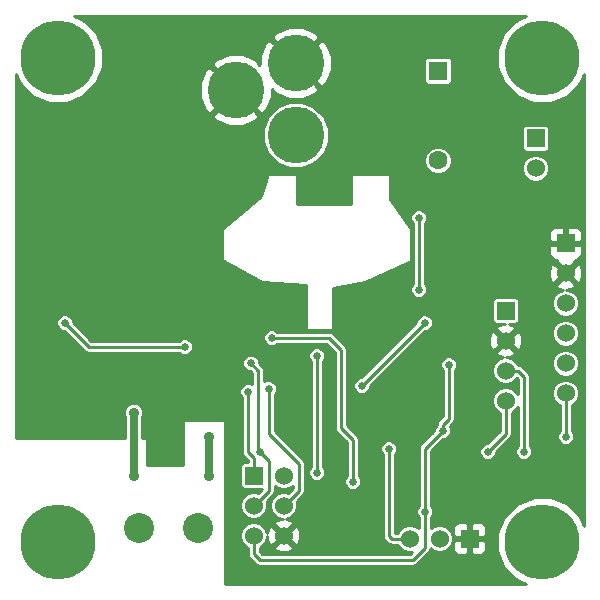
<source format=gbl>
G04 (created by PCBNEW (2013-07-07 BZR 4022)-stable) date 12/31/2014 11:50:09 PM*
%MOIN*%
G04 Gerber Fmt 3.4, Leading zero omitted, Abs format*
%FSLAX34Y34*%
G01*
G70*
G90*
G04 APERTURE LIST*
%ADD10C,0.00590551*%
%ADD11R,0.0629921X0.0629921*%
%ADD12C,0.0629921*%
%ADD13C,0.25*%
%ADD14C,0.1*%
%ADD15R,0.06X0.06*%
%ADD16C,0.06*%
%ADD17C,0.189*%
%ADD18C,0.025*%
%ADD19C,0.035*%
%ADD20C,0.01*%
%ADD21C,0.025*%
G04 APERTURE END LIST*
G54D10*
G54D11*
X14250Y-2003D03*
G54D12*
X14250Y-4996D03*
G54D13*
X1574Y-1574D03*
X17716Y-1574D03*
X1574Y-17716D03*
X17716Y-17716D03*
G54D14*
X6250Y-17250D03*
X4281Y-17250D03*
G54D15*
X15300Y-17600D03*
G54D16*
X14300Y-17600D03*
X13300Y-17600D03*
G54D17*
X9500Y-1750D03*
X9500Y-4150D03*
X7500Y-2650D03*
G54D15*
X17500Y-4250D03*
G54D16*
X17500Y-5250D03*
G54D15*
X8100Y-15500D03*
G54D16*
X9100Y-15500D03*
X8100Y-16500D03*
X9100Y-16500D03*
X8100Y-17500D03*
X9100Y-17500D03*
G54D15*
X16500Y-10000D03*
G54D16*
X16500Y-11000D03*
X16500Y-12000D03*
X16500Y-13000D03*
G54D15*
X18500Y-7750D03*
G54D16*
X18500Y-8750D03*
X18500Y-9750D03*
X18500Y-10750D03*
X18500Y-11750D03*
X18500Y-12750D03*
G54D18*
X11700Y-12500D03*
X13800Y-10400D03*
X10200Y-11500D03*
X10200Y-15400D03*
X8700Y-10900D03*
X11400Y-15700D03*
X7900Y-12700D03*
X8600Y-12600D03*
X13800Y-16700D03*
X14600Y-11800D03*
X14400Y-14000D03*
X8000Y-11750D03*
X8300Y-14700D03*
X17100Y-14700D03*
X15900Y-14700D03*
X13600Y-9300D03*
X13600Y-6900D03*
X12600Y-14600D03*
G54D19*
X6600Y-14200D03*
X6600Y-15500D03*
X4100Y-13400D03*
X4100Y-15500D03*
G54D18*
X1800Y-10400D03*
X5800Y-11200D03*
X7800Y-4800D03*
X3800Y-4900D03*
X500Y-4800D03*
X11700Y-10700D03*
X6900Y-9500D03*
X15800Y-8800D03*
X10900Y-5900D03*
X10200Y-5900D03*
X17100Y-6700D03*
X15200Y-15400D03*
X12100Y-15000D03*
G54D19*
X5100Y-14600D03*
X1100Y-14000D03*
G54D18*
X500Y-11500D03*
X4800Y-10700D03*
X18500Y-14200D03*
G54D20*
X11700Y-12500D02*
X13800Y-10400D01*
X10200Y-11500D02*
X10200Y-15400D01*
X11400Y-15700D02*
X11400Y-14300D01*
X10600Y-10900D02*
X8700Y-10900D01*
X11000Y-11300D02*
X10600Y-10900D01*
X11000Y-13900D02*
X11000Y-11300D01*
X11400Y-14300D02*
X11000Y-13900D01*
X8100Y-15500D02*
X8100Y-14900D01*
X7900Y-14700D02*
X7900Y-12700D01*
X8100Y-14900D02*
X7900Y-14700D01*
X8600Y-12600D02*
X8600Y-14100D01*
X9600Y-16000D02*
X9100Y-16500D01*
X9600Y-15100D02*
X9600Y-16000D01*
X8600Y-14100D02*
X9600Y-15100D01*
X14600Y-11800D02*
X14600Y-13600D01*
X14400Y-13800D02*
X14400Y-14000D01*
X14600Y-13600D02*
X14400Y-13800D01*
X13800Y-14600D02*
X14400Y-14000D01*
X8100Y-17500D02*
X8100Y-18100D01*
X8100Y-18100D02*
X8300Y-18300D01*
X8300Y-18300D02*
X13400Y-18300D01*
X13400Y-18300D02*
X13800Y-17900D01*
X13800Y-17900D02*
X13800Y-16700D01*
X13800Y-16700D02*
X13800Y-14600D01*
X8100Y-16500D02*
X8600Y-16000D01*
X8600Y-15000D02*
X8300Y-14700D01*
X8600Y-16000D02*
X8600Y-15000D01*
X8250Y-12000D02*
X8250Y-14650D01*
X8000Y-11750D02*
X8250Y-12000D01*
X8250Y-14650D02*
X8300Y-14700D01*
X16500Y-12000D02*
X16900Y-12000D01*
X17100Y-12200D02*
X17100Y-14700D01*
X16900Y-12000D02*
X17100Y-12200D01*
X16500Y-13000D02*
X16500Y-14100D01*
X16500Y-14100D02*
X15900Y-14700D01*
X13600Y-9300D02*
X13600Y-6900D01*
X13300Y-17600D02*
X12700Y-17600D01*
X12600Y-17500D02*
X12600Y-14600D01*
X12700Y-17600D02*
X12600Y-17500D01*
X5800Y-11200D02*
X2600Y-11200D01*
X2600Y-11200D02*
X1800Y-10400D01*
G54D21*
X6600Y-14200D02*
X6600Y-15500D01*
X4100Y-15500D02*
X4100Y-13400D01*
G54D20*
X18500Y-12750D02*
X18500Y-14200D01*
G54D10*
G36*
X19121Y-17189D02*
X19054Y-17027D01*
X19054Y-8831D01*
X19050Y-8737D01*
X19050Y-8099D01*
X19050Y-7400D01*
X19012Y-7308D01*
X18941Y-7238D01*
X18849Y-7200D01*
X18750Y-7199D01*
X18612Y-7200D01*
X18550Y-7262D01*
X18550Y-7700D01*
X18987Y-7700D01*
X19050Y-7637D01*
X19050Y-7400D01*
X19050Y-8099D01*
X19050Y-7862D01*
X18987Y-7800D01*
X18550Y-7800D01*
X18550Y-7807D01*
X18450Y-7807D01*
X18450Y-7800D01*
X18450Y-7700D01*
X18450Y-7262D01*
X18387Y-7200D01*
X18249Y-7199D01*
X18150Y-7200D01*
X18058Y-7238D01*
X17987Y-7308D01*
X17950Y-7400D01*
X17950Y-5160D01*
X17950Y-5160D01*
X17950Y-4520D01*
X17950Y-3920D01*
X17927Y-3865D01*
X17885Y-3822D01*
X17829Y-3800D01*
X17770Y-3799D01*
X17170Y-3799D01*
X17115Y-3822D01*
X17072Y-3864D01*
X17050Y-3920D01*
X17049Y-3979D01*
X17049Y-4579D01*
X17072Y-4634D01*
X17114Y-4677D01*
X17170Y-4699D01*
X17229Y-4700D01*
X17829Y-4700D01*
X17884Y-4677D01*
X17927Y-4635D01*
X17949Y-4579D01*
X17950Y-4520D01*
X17950Y-5160D01*
X17881Y-4995D01*
X17755Y-4868D01*
X17589Y-4800D01*
X17410Y-4799D01*
X17245Y-4868D01*
X17118Y-4994D01*
X17050Y-5160D01*
X17049Y-5339D01*
X17118Y-5504D01*
X17244Y-5631D01*
X17410Y-5699D01*
X17589Y-5700D01*
X17754Y-5631D01*
X17881Y-5505D01*
X17949Y-5339D01*
X17950Y-5160D01*
X17950Y-7400D01*
X17949Y-7400D01*
X17950Y-7637D01*
X18012Y-7700D01*
X18450Y-7700D01*
X18450Y-7800D01*
X18012Y-7800D01*
X17950Y-7862D01*
X17949Y-8099D01*
X17987Y-8191D01*
X18058Y-8261D01*
X18150Y-8299D01*
X18203Y-8300D01*
X18184Y-8364D01*
X18500Y-8679D01*
X18815Y-8364D01*
X18796Y-8300D01*
X18849Y-8299D01*
X18941Y-8261D01*
X19012Y-8191D01*
X19050Y-8099D01*
X19050Y-8737D01*
X19043Y-8613D01*
X18981Y-8462D01*
X18885Y-8434D01*
X18570Y-8750D01*
X18885Y-9065D01*
X18981Y-9037D01*
X19054Y-8831D01*
X19054Y-17027D01*
X18988Y-16867D01*
X18950Y-16829D01*
X18950Y-12660D01*
X18950Y-11660D01*
X18950Y-10660D01*
X18950Y-9660D01*
X18881Y-9495D01*
X18755Y-9368D01*
X18589Y-9300D01*
X18513Y-9300D01*
X18636Y-9293D01*
X18787Y-9231D01*
X18815Y-9135D01*
X18500Y-8820D01*
X18429Y-8891D01*
X18429Y-8750D01*
X18114Y-8434D01*
X18018Y-8462D01*
X17945Y-8668D01*
X17956Y-8886D01*
X18018Y-9037D01*
X18114Y-9065D01*
X18429Y-8750D01*
X18429Y-8891D01*
X18184Y-9135D01*
X18212Y-9231D01*
X18407Y-9301D01*
X18245Y-9368D01*
X18118Y-9494D01*
X18050Y-9660D01*
X18049Y-9839D01*
X18118Y-10004D01*
X18244Y-10131D01*
X18410Y-10199D01*
X18589Y-10200D01*
X18754Y-10131D01*
X18881Y-10005D01*
X18949Y-9839D01*
X18950Y-9660D01*
X18950Y-10660D01*
X18881Y-10495D01*
X18755Y-10368D01*
X18589Y-10300D01*
X18410Y-10299D01*
X18245Y-10368D01*
X18118Y-10494D01*
X18050Y-10660D01*
X18049Y-10839D01*
X18118Y-11004D01*
X18244Y-11131D01*
X18410Y-11199D01*
X18589Y-11200D01*
X18754Y-11131D01*
X18881Y-11005D01*
X18949Y-10839D01*
X18950Y-10660D01*
X18950Y-11660D01*
X18881Y-11495D01*
X18755Y-11368D01*
X18589Y-11300D01*
X18410Y-11299D01*
X18245Y-11368D01*
X18118Y-11494D01*
X18050Y-11660D01*
X18049Y-11839D01*
X18118Y-12004D01*
X18244Y-12131D01*
X18410Y-12199D01*
X18589Y-12200D01*
X18754Y-12131D01*
X18881Y-12005D01*
X18949Y-11839D01*
X18950Y-11660D01*
X18950Y-12660D01*
X18881Y-12495D01*
X18755Y-12368D01*
X18589Y-12300D01*
X18410Y-12299D01*
X18245Y-12368D01*
X18118Y-12494D01*
X18050Y-12660D01*
X18049Y-12839D01*
X18118Y-13004D01*
X18244Y-13131D01*
X18300Y-13154D01*
X18300Y-14011D01*
X18267Y-14044D01*
X18225Y-14145D01*
X18224Y-14254D01*
X18266Y-14355D01*
X18344Y-14432D01*
X18445Y-14474D01*
X18554Y-14475D01*
X18655Y-14433D01*
X18732Y-14355D01*
X18774Y-14254D01*
X18775Y-14145D01*
X18733Y-14044D01*
X18700Y-14011D01*
X18700Y-13154D01*
X18754Y-13131D01*
X18881Y-13005D01*
X18949Y-12839D01*
X18950Y-12660D01*
X18950Y-16829D01*
X18567Y-16445D01*
X18016Y-16216D01*
X17419Y-16216D01*
X17375Y-16234D01*
X17375Y-14645D01*
X17333Y-14544D01*
X17300Y-14511D01*
X17300Y-12200D01*
X17284Y-12123D01*
X17284Y-12123D01*
X17270Y-12101D01*
X17241Y-12058D01*
X17241Y-12058D01*
X17054Y-11871D01*
X17054Y-11081D01*
X17043Y-10863D01*
X16981Y-10712D01*
X16950Y-10703D01*
X16950Y-10270D01*
X16950Y-9670D01*
X16927Y-9615D01*
X16885Y-9572D01*
X16829Y-9550D01*
X16770Y-9549D01*
X16170Y-9549D01*
X16115Y-9572D01*
X16072Y-9614D01*
X16050Y-9670D01*
X16049Y-9729D01*
X16049Y-10329D01*
X16072Y-10384D01*
X16114Y-10427D01*
X16170Y-10449D01*
X16229Y-10450D01*
X16485Y-10450D01*
X16363Y-10456D01*
X16212Y-10518D01*
X16184Y-10614D01*
X16500Y-10929D01*
X16815Y-10614D01*
X16787Y-10518D01*
X16595Y-10450D01*
X16829Y-10450D01*
X16884Y-10427D01*
X16927Y-10385D01*
X16949Y-10329D01*
X16950Y-10270D01*
X16950Y-10703D01*
X16885Y-10684D01*
X16570Y-11000D01*
X16885Y-11315D01*
X16981Y-11287D01*
X17054Y-11081D01*
X17054Y-11871D01*
X17041Y-11858D01*
X16976Y-11815D01*
X16904Y-11800D01*
X16881Y-11745D01*
X16755Y-11618D01*
X16589Y-11550D01*
X16513Y-11550D01*
X16636Y-11543D01*
X16787Y-11481D01*
X16815Y-11385D01*
X16500Y-11070D01*
X16429Y-11141D01*
X16429Y-11000D01*
X16114Y-10684D01*
X16018Y-10712D01*
X15945Y-10918D01*
X15956Y-11136D01*
X16018Y-11287D01*
X16114Y-11315D01*
X16429Y-11000D01*
X16429Y-11141D01*
X16184Y-11385D01*
X16212Y-11481D01*
X16407Y-11551D01*
X16245Y-11618D01*
X16118Y-11744D01*
X16050Y-11910D01*
X16049Y-12089D01*
X16118Y-12254D01*
X16244Y-12381D01*
X16410Y-12449D01*
X16589Y-12450D01*
X16754Y-12381D01*
X16876Y-12259D01*
X16900Y-12282D01*
X16900Y-12789D01*
X16881Y-12745D01*
X16755Y-12618D01*
X16589Y-12550D01*
X16410Y-12549D01*
X16245Y-12618D01*
X16118Y-12744D01*
X16050Y-12910D01*
X16049Y-13089D01*
X16118Y-13254D01*
X16244Y-13381D01*
X16300Y-13404D01*
X16300Y-14017D01*
X15892Y-14424D01*
X15845Y-14424D01*
X15744Y-14466D01*
X15667Y-14544D01*
X15625Y-14645D01*
X15624Y-14754D01*
X15666Y-14855D01*
X15744Y-14932D01*
X15845Y-14974D01*
X15954Y-14975D01*
X16055Y-14933D01*
X16132Y-14855D01*
X16174Y-14754D01*
X16174Y-14707D01*
X16641Y-14241D01*
X16641Y-14241D01*
X16670Y-14198D01*
X16684Y-14176D01*
X16684Y-14176D01*
X16699Y-14100D01*
X16700Y-14100D01*
X16700Y-13404D01*
X16754Y-13381D01*
X16881Y-13255D01*
X16900Y-13210D01*
X16900Y-14511D01*
X16867Y-14544D01*
X16825Y-14645D01*
X16824Y-14754D01*
X16866Y-14855D01*
X16944Y-14932D01*
X17045Y-14974D01*
X17154Y-14975D01*
X17255Y-14933D01*
X17332Y-14855D01*
X17374Y-14754D01*
X17375Y-14645D01*
X17375Y-16234D01*
X16867Y-16444D01*
X16445Y-16865D01*
X16216Y-17416D01*
X16216Y-18013D01*
X16444Y-18565D01*
X16865Y-18987D01*
X17188Y-19121D01*
X15850Y-19121D01*
X15850Y-17850D01*
X15850Y-17349D01*
X15849Y-17250D01*
X15811Y-17158D01*
X15741Y-17087D01*
X15649Y-17049D01*
X15412Y-17050D01*
X15350Y-17112D01*
X15350Y-17550D01*
X15787Y-17550D01*
X15850Y-17487D01*
X15850Y-17349D01*
X15850Y-17850D01*
X15850Y-17712D01*
X15787Y-17650D01*
X15350Y-17650D01*
X15350Y-18087D01*
X15412Y-18150D01*
X15649Y-18150D01*
X15741Y-18112D01*
X15811Y-18041D01*
X15849Y-17949D01*
X15850Y-17850D01*
X15850Y-19121D01*
X15250Y-19121D01*
X15250Y-18087D01*
X15250Y-17650D01*
X15250Y-17550D01*
X15250Y-17112D01*
X15187Y-17050D01*
X14950Y-17049D01*
X14875Y-17081D01*
X14875Y-11745D01*
X14833Y-11644D01*
X14755Y-11567D01*
X14715Y-11550D01*
X14715Y-4903D01*
X14714Y-4903D01*
X14714Y-2289D01*
X14714Y-1659D01*
X14692Y-1604D01*
X14650Y-1561D01*
X14594Y-1539D01*
X14535Y-1538D01*
X13905Y-1538D01*
X13850Y-1561D01*
X13807Y-1603D01*
X13785Y-1659D01*
X13785Y-1718D01*
X13785Y-2348D01*
X13807Y-2403D01*
X13849Y-2445D01*
X13905Y-2468D01*
X13964Y-2468D01*
X14594Y-2468D01*
X14649Y-2446D01*
X14692Y-2403D01*
X14714Y-2348D01*
X14714Y-2289D01*
X14714Y-4903D01*
X14644Y-4733D01*
X14513Y-4602D01*
X14342Y-4531D01*
X14157Y-4531D01*
X13986Y-4601D01*
X13856Y-4732D01*
X13785Y-4903D01*
X13784Y-5088D01*
X13855Y-5259D01*
X13986Y-5390D01*
X14157Y-5460D01*
X14342Y-5461D01*
X14513Y-5390D01*
X14643Y-5259D01*
X14714Y-5088D01*
X14715Y-4903D01*
X14715Y-11550D01*
X14654Y-11525D01*
X14545Y-11524D01*
X14444Y-11566D01*
X14367Y-11644D01*
X14325Y-11745D01*
X14324Y-11854D01*
X14366Y-11955D01*
X14400Y-11988D01*
X14400Y-13517D01*
X14258Y-13658D01*
X14215Y-13723D01*
X14200Y-13800D01*
X14200Y-13811D01*
X14167Y-13844D01*
X14125Y-13945D01*
X14125Y-13992D01*
X14075Y-14042D01*
X14075Y-10345D01*
X14033Y-10244D01*
X13955Y-10167D01*
X13875Y-10133D01*
X13875Y-9245D01*
X13833Y-9144D01*
X13800Y-9111D01*
X13800Y-7088D01*
X13832Y-7055D01*
X13874Y-6954D01*
X13875Y-6845D01*
X13833Y-6744D01*
X13755Y-6667D01*
X13654Y-6625D01*
X13545Y-6624D01*
X13444Y-6666D01*
X13367Y-6744D01*
X13325Y-6845D01*
X13324Y-6954D01*
X13366Y-7055D01*
X13400Y-7088D01*
X13400Y-9111D01*
X13367Y-9144D01*
X13350Y-9184D01*
X13350Y-8331D01*
X13350Y-7284D01*
X12650Y-6284D01*
X12650Y-5450D01*
X11350Y-5450D01*
X11350Y-6450D01*
X10695Y-6450D01*
X10695Y-1985D01*
X10694Y-1510D01*
X10514Y-1074D01*
X10351Y-968D01*
X10281Y-1039D01*
X10281Y-898D01*
X10175Y-735D01*
X9735Y-554D01*
X9260Y-555D01*
X8824Y-735D01*
X8718Y-898D01*
X9500Y-1679D01*
X10281Y-898D01*
X10281Y-1039D01*
X9570Y-1750D01*
X10351Y-2531D01*
X10514Y-2425D01*
X10695Y-1985D01*
X10695Y-6450D01*
X10595Y-6450D01*
X10595Y-3933D01*
X10428Y-3530D01*
X10281Y-3382D01*
X10281Y-2601D01*
X9500Y-1820D01*
X9494Y-1826D01*
X9429Y-1761D01*
X9423Y-1755D01*
X9429Y-1750D01*
X8648Y-968D01*
X8485Y-1074D01*
X8304Y-1514D01*
X8305Y-1774D01*
X8281Y-1798D01*
X8175Y-1635D01*
X7735Y-1454D01*
X7260Y-1455D01*
X6824Y-1635D01*
X6718Y-1798D01*
X7500Y-2579D01*
X7505Y-2573D01*
X7576Y-2644D01*
X7570Y-2650D01*
X8351Y-3431D01*
X8514Y-3325D01*
X8695Y-2885D01*
X8694Y-2625D01*
X8718Y-2601D01*
X8824Y-2764D01*
X9264Y-2945D01*
X9739Y-2944D01*
X10175Y-2764D01*
X10281Y-2601D01*
X10281Y-3382D01*
X10121Y-3222D01*
X9718Y-3055D01*
X9283Y-3054D01*
X8880Y-3221D01*
X8572Y-3528D01*
X8405Y-3931D01*
X8404Y-4366D01*
X8571Y-4769D01*
X8878Y-5077D01*
X9281Y-5244D01*
X9716Y-5245D01*
X10119Y-5078D01*
X10427Y-4771D01*
X10594Y-4368D01*
X10595Y-3933D01*
X10595Y-6450D01*
X9550Y-6450D01*
X9550Y-5450D01*
X8562Y-5450D01*
X8356Y-6171D01*
X8281Y-6234D01*
X8281Y-3501D01*
X7500Y-2720D01*
X7429Y-2791D01*
X7429Y-2650D01*
X6648Y-1868D01*
X6485Y-1974D01*
X6304Y-2414D01*
X6305Y-2889D01*
X6485Y-3325D01*
X6648Y-3431D01*
X7429Y-2650D01*
X7429Y-2791D01*
X6718Y-3501D01*
X6824Y-3664D01*
X7264Y-3845D01*
X7739Y-3844D01*
X8175Y-3664D01*
X8281Y-3501D01*
X8281Y-6234D01*
X7050Y-7276D01*
X7050Y-8329D01*
X8385Y-9049D01*
X9850Y-9146D01*
X9850Y-9700D01*
X9850Y-10650D01*
X10750Y-10650D01*
X10750Y-9600D01*
X10750Y-9241D01*
X11815Y-9048D01*
X13350Y-8331D01*
X13350Y-9184D01*
X13325Y-9245D01*
X13324Y-9354D01*
X13366Y-9455D01*
X13444Y-9532D01*
X13545Y-9574D01*
X13654Y-9575D01*
X13755Y-9533D01*
X13832Y-9455D01*
X13874Y-9354D01*
X13875Y-9245D01*
X13875Y-10133D01*
X13854Y-10125D01*
X13745Y-10124D01*
X13644Y-10166D01*
X13567Y-10244D01*
X13525Y-10345D01*
X13525Y-10392D01*
X11692Y-12224D01*
X11645Y-12224D01*
X11544Y-12266D01*
X11467Y-12344D01*
X11425Y-12445D01*
X11424Y-12554D01*
X11466Y-12655D01*
X11544Y-12732D01*
X11645Y-12774D01*
X11754Y-12775D01*
X11855Y-12733D01*
X11932Y-12655D01*
X11974Y-12554D01*
X11974Y-12507D01*
X13807Y-10675D01*
X13854Y-10675D01*
X13955Y-10633D01*
X14032Y-10555D01*
X14074Y-10454D01*
X14075Y-10345D01*
X14075Y-14042D01*
X13658Y-14458D01*
X13615Y-14523D01*
X13600Y-14600D01*
X13600Y-16511D01*
X13567Y-16544D01*
X13525Y-16645D01*
X13524Y-16754D01*
X13566Y-16855D01*
X13600Y-16888D01*
X13600Y-17263D01*
X13555Y-17218D01*
X13389Y-17150D01*
X13210Y-17149D01*
X13045Y-17218D01*
X12918Y-17344D01*
X12895Y-17400D01*
X12800Y-17400D01*
X12800Y-14788D01*
X12832Y-14755D01*
X12874Y-14654D01*
X12875Y-14545D01*
X12833Y-14444D01*
X12755Y-14367D01*
X12654Y-14325D01*
X12545Y-14324D01*
X12444Y-14366D01*
X12367Y-14444D01*
X12325Y-14545D01*
X12324Y-14654D01*
X12366Y-14755D01*
X12400Y-14788D01*
X12400Y-17500D01*
X12415Y-17576D01*
X12458Y-17641D01*
X12558Y-17741D01*
X12623Y-17784D01*
X12623Y-17784D01*
X12636Y-17787D01*
X12700Y-17800D01*
X12895Y-17800D01*
X12918Y-17854D01*
X13044Y-17981D01*
X13210Y-18049D01*
X13367Y-18050D01*
X13317Y-18100D01*
X11675Y-18100D01*
X11675Y-15645D01*
X11633Y-15544D01*
X11600Y-15511D01*
X11600Y-14300D01*
X11599Y-14299D01*
X11584Y-14223D01*
X11584Y-14223D01*
X11570Y-14201D01*
X11541Y-14158D01*
X11541Y-14158D01*
X11200Y-13817D01*
X11200Y-11300D01*
X11199Y-11299D01*
X11184Y-11223D01*
X11184Y-11223D01*
X11170Y-11201D01*
X11141Y-11158D01*
X11141Y-11158D01*
X10741Y-10758D01*
X10676Y-10715D01*
X10600Y-10700D01*
X8888Y-10700D01*
X8855Y-10667D01*
X8754Y-10625D01*
X8645Y-10624D01*
X8544Y-10666D01*
X8467Y-10744D01*
X8425Y-10845D01*
X8424Y-10954D01*
X8466Y-11055D01*
X8544Y-11132D01*
X8645Y-11174D01*
X8754Y-11175D01*
X8855Y-11133D01*
X8888Y-11100D01*
X10517Y-11100D01*
X10800Y-11382D01*
X10800Y-13900D01*
X10815Y-13976D01*
X10858Y-14041D01*
X11200Y-14382D01*
X11200Y-15511D01*
X11167Y-15544D01*
X11125Y-15645D01*
X11124Y-15754D01*
X11166Y-15855D01*
X11244Y-15932D01*
X11345Y-15974D01*
X11454Y-15975D01*
X11555Y-15933D01*
X11632Y-15855D01*
X11674Y-15754D01*
X11675Y-15645D01*
X11675Y-18100D01*
X10475Y-18100D01*
X10475Y-15345D01*
X10433Y-15244D01*
X10400Y-15211D01*
X10400Y-11688D01*
X10432Y-11655D01*
X10474Y-11554D01*
X10475Y-11445D01*
X10433Y-11344D01*
X10355Y-11267D01*
X10254Y-11225D01*
X10145Y-11224D01*
X10044Y-11266D01*
X9967Y-11344D01*
X9925Y-11445D01*
X9924Y-11554D01*
X9966Y-11655D01*
X10000Y-11688D01*
X10000Y-15211D01*
X9967Y-15244D01*
X9925Y-15345D01*
X9924Y-15454D01*
X9966Y-15555D01*
X10044Y-15632D01*
X10145Y-15674D01*
X10254Y-15675D01*
X10355Y-15633D01*
X10432Y-15555D01*
X10474Y-15454D01*
X10475Y-15345D01*
X10475Y-18100D01*
X9800Y-18100D01*
X9800Y-16000D01*
X9800Y-15100D01*
X9784Y-15023D01*
X9784Y-15023D01*
X9770Y-15001D01*
X9741Y-14958D01*
X9741Y-14958D01*
X8800Y-14017D01*
X8800Y-12788D01*
X8832Y-12755D01*
X8874Y-12654D01*
X8875Y-12545D01*
X8833Y-12444D01*
X8755Y-12367D01*
X8654Y-12325D01*
X8545Y-12324D01*
X8450Y-12364D01*
X8450Y-12000D01*
X8434Y-11923D01*
X8434Y-11923D01*
X8420Y-11901D01*
X8391Y-11858D01*
X8391Y-11858D01*
X8275Y-11742D01*
X8275Y-11695D01*
X8233Y-11594D01*
X8155Y-11517D01*
X8054Y-11475D01*
X7945Y-11474D01*
X7844Y-11516D01*
X7767Y-11594D01*
X7725Y-11695D01*
X7724Y-11804D01*
X7766Y-11905D01*
X7844Y-11982D01*
X7945Y-12024D01*
X7992Y-12024D01*
X8050Y-12082D01*
X8050Y-12464D01*
X7954Y-12425D01*
X7845Y-12424D01*
X7744Y-12466D01*
X7667Y-12544D01*
X7625Y-12645D01*
X7624Y-12754D01*
X7666Y-12855D01*
X7700Y-12888D01*
X7700Y-14700D01*
X7715Y-14776D01*
X7758Y-14841D01*
X7900Y-14982D01*
X7900Y-15049D01*
X7770Y-15049D01*
X7715Y-15072D01*
X7672Y-15114D01*
X7650Y-15170D01*
X7649Y-15229D01*
X7649Y-15829D01*
X7672Y-15884D01*
X7714Y-15927D01*
X7770Y-15949D01*
X7829Y-15950D01*
X8367Y-15950D01*
X8244Y-16072D01*
X8189Y-16050D01*
X8010Y-16049D01*
X7845Y-16118D01*
X7718Y-16244D01*
X7650Y-16410D01*
X7649Y-16589D01*
X7718Y-16754D01*
X7844Y-16881D01*
X8010Y-16949D01*
X8189Y-16950D01*
X8354Y-16881D01*
X8481Y-16755D01*
X8549Y-16589D01*
X8550Y-16410D01*
X8527Y-16355D01*
X8741Y-16141D01*
X8784Y-16076D01*
X8784Y-16076D01*
X8787Y-16063D01*
X8799Y-16000D01*
X8800Y-16000D01*
X8800Y-15836D01*
X8844Y-15881D01*
X9010Y-15949D01*
X9189Y-15950D01*
X9354Y-15881D01*
X9400Y-15836D01*
X9400Y-15917D01*
X9244Y-16072D01*
X9189Y-16050D01*
X9010Y-16049D01*
X8845Y-16118D01*
X8718Y-16244D01*
X8650Y-16410D01*
X8649Y-16589D01*
X8718Y-16754D01*
X8844Y-16881D01*
X9010Y-16949D01*
X9086Y-16949D01*
X8963Y-16956D01*
X8812Y-17018D01*
X8784Y-17114D01*
X9100Y-17429D01*
X9415Y-17114D01*
X9387Y-17018D01*
X9192Y-16948D01*
X9354Y-16881D01*
X9481Y-16755D01*
X9549Y-16589D01*
X9550Y-16410D01*
X9527Y-16355D01*
X9741Y-16141D01*
X9784Y-16076D01*
X9784Y-16076D01*
X9787Y-16063D01*
X9799Y-16000D01*
X9800Y-16000D01*
X9800Y-18100D01*
X9654Y-18100D01*
X9654Y-17581D01*
X9643Y-17363D01*
X9581Y-17212D01*
X9485Y-17184D01*
X9170Y-17500D01*
X9485Y-17815D01*
X9581Y-17787D01*
X9654Y-17581D01*
X9654Y-18100D01*
X9415Y-18100D01*
X9415Y-17885D01*
X9100Y-17570D01*
X8784Y-17885D01*
X8812Y-17981D01*
X9018Y-18054D01*
X9236Y-18043D01*
X9387Y-17981D01*
X9415Y-17885D01*
X9415Y-18100D01*
X8382Y-18100D01*
X8300Y-18017D01*
X8300Y-17904D01*
X8354Y-17881D01*
X8481Y-17755D01*
X8549Y-17589D01*
X8549Y-17513D01*
X8556Y-17636D01*
X8618Y-17787D01*
X8714Y-17815D01*
X9029Y-17500D01*
X8714Y-17184D01*
X8618Y-17212D01*
X8548Y-17407D01*
X8481Y-17245D01*
X8355Y-17118D01*
X8189Y-17050D01*
X8010Y-17049D01*
X7845Y-17118D01*
X7718Y-17244D01*
X7650Y-17410D01*
X7649Y-17589D01*
X7718Y-17754D01*
X7844Y-17881D01*
X7900Y-17904D01*
X7900Y-18100D01*
X7915Y-18176D01*
X7958Y-18241D01*
X8158Y-18441D01*
X8158Y-18441D01*
X8201Y-18470D01*
X8223Y-18484D01*
X8223Y-18484D01*
X8300Y-18500D01*
X13400Y-18500D01*
X13476Y-18484D01*
X13541Y-18441D01*
X13941Y-18041D01*
X13941Y-18041D01*
X13970Y-17998D01*
X13984Y-17976D01*
X13984Y-17976D01*
X13993Y-17930D01*
X14044Y-17981D01*
X14210Y-18049D01*
X14389Y-18050D01*
X14554Y-17981D01*
X14681Y-17855D01*
X14749Y-17689D01*
X14750Y-17510D01*
X14681Y-17345D01*
X14555Y-17218D01*
X14389Y-17150D01*
X14210Y-17149D01*
X14045Y-17218D01*
X14000Y-17263D01*
X14000Y-16888D01*
X14032Y-16855D01*
X14074Y-16754D01*
X14075Y-16645D01*
X14033Y-16544D01*
X14000Y-16511D01*
X14000Y-14682D01*
X14407Y-14275D01*
X14454Y-14275D01*
X14555Y-14233D01*
X14632Y-14155D01*
X14674Y-14054D01*
X14675Y-13945D01*
X14634Y-13848D01*
X14741Y-13741D01*
X14741Y-13741D01*
X14770Y-13698D01*
X14784Y-13676D01*
X14784Y-13676D01*
X14799Y-13600D01*
X14800Y-13600D01*
X14800Y-11988D01*
X14832Y-11955D01*
X14874Y-11854D01*
X14875Y-11745D01*
X14875Y-17081D01*
X14858Y-17087D01*
X14788Y-17158D01*
X14750Y-17250D01*
X14749Y-17349D01*
X14750Y-17487D01*
X14812Y-17550D01*
X15250Y-17550D01*
X15250Y-17650D01*
X14812Y-17650D01*
X14750Y-17712D01*
X14749Y-17850D01*
X14750Y-17949D01*
X14788Y-18041D01*
X14858Y-18112D01*
X14950Y-18150D01*
X15187Y-18150D01*
X15250Y-18087D01*
X15250Y-19121D01*
X7150Y-19121D01*
X7150Y-13650D01*
X6075Y-13650D01*
X6075Y-11145D01*
X6033Y-11044D01*
X5955Y-10967D01*
X5854Y-10925D01*
X5745Y-10924D01*
X5644Y-10966D01*
X5611Y-11000D01*
X2682Y-11000D01*
X2075Y-10392D01*
X2075Y-10345D01*
X2033Y-10244D01*
X1955Y-10167D01*
X1854Y-10125D01*
X1745Y-10124D01*
X1644Y-10166D01*
X1567Y-10244D01*
X1525Y-10345D01*
X1524Y-10454D01*
X1566Y-10555D01*
X1644Y-10632D01*
X1745Y-10674D01*
X1792Y-10674D01*
X2458Y-11341D01*
X2458Y-11341D01*
X2501Y-11370D01*
X2523Y-11384D01*
X2523Y-11384D01*
X2599Y-11399D01*
X2600Y-11400D01*
X5611Y-11400D01*
X5644Y-11432D01*
X5745Y-11474D01*
X5854Y-11475D01*
X5955Y-11433D01*
X6032Y-11355D01*
X6074Y-11254D01*
X6075Y-11145D01*
X6075Y-13650D01*
X5750Y-13650D01*
X5750Y-15150D01*
X4550Y-15150D01*
X4550Y-14250D01*
X4375Y-14250D01*
X4375Y-13584D01*
X4375Y-13584D01*
X4424Y-13464D01*
X4425Y-13335D01*
X4375Y-13216D01*
X4284Y-13124D01*
X4164Y-13075D01*
X4035Y-13074D01*
X3916Y-13124D01*
X3824Y-13215D01*
X3775Y-13335D01*
X3774Y-13464D01*
X3824Y-13583D01*
X3825Y-13584D01*
X3825Y-14250D01*
X169Y-14250D01*
X169Y-2102D01*
X302Y-2423D01*
X724Y-2845D01*
X1275Y-3074D01*
X1871Y-3075D01*
X2423Y-2847D01*
X2845Y-2425D01*
X3074Y-1874D01*
X3075Y-1277D01*
X2847Y-726D01*
X2425Y-303D01*
X2102Y-169D01*
X17189Y-169D01*
X16867Y-302D01*
X16445Y-724D01*
X16216Y-1275D01*
X16216Y-1871D01*
X16444Y-2423D01*
X16865Y-2845D01*
X17416Y-3074D01*
X18013Y-3075D01*
X18565Y-2847D01*
X18987Y-2425D01*
X19121Y-2102D01*
X19121Y-17189D01*
X19121Y-17189D01*
G37*
G54D20*
X19121Y-17189D02*
X19054Y-17027D01*
X19054Y-8831D01*
X19050Y-8737D01*
X19050Y-8099D01*
X19050Y-7400D01*
X19012Y-7308D01*
X18941Y-7238D01*
X18849Y-7200D01*
X18750Y-7199D01*
X18612Y-7200D01*
X18550Y-7262D01*
X18550Y-7700D01*
X18987Y-7700D01*
X19050Y-7637D01*
X19050Y-7400D01*
X19050Y-8099D01*
X19050Y-7862D01*
X18987Y-7800D01*
X18550Y-7800D01*
X18550Y-7807D01*
X18450Y-7807D01*
X18450Y-7800D01*
X18450Y-7700D01*
X18450Y-7262D01*
X18387Y-7200D01*
X18249Y-7199D01*
X18150Y-7200D01*
X18058Y-7238D01*
X17987Y-7308D01*
X17950Y-7400D01*
X17950Y-5160D01*
X17950Y-5160D01*
X17950Y-4520D01*
X17950Y-3920D01*
X17927Y-3865D01*
X17885Y-3822D01*
X17829Y-3800D01*
X17770Y-3799D01*
X17170Y-3799D01*
X17115Y-3822D01*
X17072Y-3864D01*
X17050Y-3920D01*
X17049Y-3979D01*
X17049Y-4579D01*
X17072Y-4634D01*
X17114Y-4677D01*
X17170Y-4699D01*
X17229Y-4700D01*
X17829Y-4700D01*
X17884Y-4677D01*
X17927Y-4635D01*
X17949Y-4579D01*
X17950Y-4520D01*
X17950Y-5160D01*
X17881Y-4995D01*
X17755Y-4868D01*
X17589Y-4800D01*
X17410Y-4799D01*
X17245Y-4868D01*
X17118Y-4994D01*
X17050Y-5160D01*
X17049Y-5339D01*
X17118Y-5504D01*
X17244Y-5631D01*
X17410Y-5699D01*
X17589Y-5700D01*
X17754Y-5631D01*
X17881Y-5505D01*
X17949Y-5339D01*
X17950Y-5160D01*
X17950Y-7400D01*
X17949Y-7400D01*
X17950Y-7637D01*
X18012Y-7700D01*
X18450Y-7700D01*
X18450Y-7800D01*
X18012Y-7800D01*
X17950Y-7862D01*
X17949Y-8099D01*
X17987Y-8191D01*
X18058Y-8261D01*
X18150Y-8299D01*
X18203Y-8300D01*
X18184Y-8364D01*
X18500Y-8679D01*
X18815Y-8364D01*
X18796Y-8300D01*
X18849Y-8299D01*
X18941Y-8261D01*
X19012Y-8191D01*
X19050Y-8099D01*
X19050Y-8737D01*
X19043Y-8613D01*
X18981Y-8462D01*
X18885Y-8434D01*
X18570Y-8750D01*
X18885Y-9065D01*
X18981Y-9037D01*
X19054Y-8831D01*
X19054Y-17027D01*
X18988Y-16867D01*
X18950Y-16829D01*
X18950Y-12660D01*
X18950Y-11660D01*
X18950Y-10660D01*
X18950Y-9660D01*
X18881Y-9495D01*
X18755Y-9368D01*
X18589Y-9300D01*
X18513Y-9300D01*
X18636Y-9293D01*
X18787Y-9231D01*
X18815Y-9135D01*
X18500Y-8820D01*
X18429Y-8891D01*
X18429Y-8750D01*
X18114Y-8434D01*
X18018Y-8462D01*
X17945Y-8668D01*
X17956Y-8886D01*
X18018Y-9037D01*
X18114Y-9065D01*
X18429Y-8750D01*
X18429Y-8891D01*
X18184Y-9135D01*
X18212Y-9231D01*
X18407Y-9301D01*
X18245Y-9368D01*
X18118Y-9494D01*
X18050Y-9660D01*
X18049Y-9839D01*
X18118Y-10004D01*
X18244Y-10131D01*
X18410Y-10199D01*
X18589Y-10200D01*
X18754Y-10131D01*
X18881Y-10005D01*
X18949Y-9839D01*
X18950Y-9660D01*
X18950Y-10660D01*
X18881Y-10495D01*
X18755Y-10368D01*
X18589Y-10300D01*
X18410Y-10299D01*
X18245Y-10368D01*
X18118Y-10494D01*
X18050Y-10660D01*
X18049Y-10839D01*
X18118Y-11004D01*
X18244Y-11131D01*
X18410Y-11199D01*
X18589Y-11200D01*
X18754Y-11131D01*
X18881Y-11005D01*
X18949Y-10839D01*
X18950Y-10660D01*
X18950Y-11660D01*
X18881Y-11495D01*
X18755Y-11368D01*
X18589Y-11300D01*
X18410Y-11299D01*
X18245Y-11368D01*
X18118Y-11494D01*
X18050Y-11660D01*
X18049Y-11839D01*
X18118Y-12004D01*
X18244Y-12131D01*
X18410Y-12199D01*
X18589Y-12200D01*
X18754Y-12131D01*
X18881Y-12005D01*
X18949Y-11839D01*
X18950Y-11660D01*
X18950Y-12660D01*
X18881Y-12495D01*
X18755Y-12368D01*
X18589Y-12300D01*
X18410Y-12299D01*
X18245Y-12368D01*
X18118Y-12494D01*
X18050Y-12660D01*
X18049Y-12839D01*
X18118Y-13004D01*
X18244Y-13131D01*
X18300Y-13154D01*
X18300Y-14011D01*
X18267Y-14044D01*
X18225Y-14145D01*
X18224Y-14254D01*
X18266Y-14355D01*
X18344Y-14432D01*
X18445Y-14474D01*
X18554Y-14475D01*
X18655Y-14433D01*
X18732Y-14355D01*
X18774Y-14254D01*
X18775Y-14145D01*
X18733Y-14044D01*
X18700Y-14011D01*
X18700Y-13154D01*
X18754Y-13131D01*
X18881Y-13005D01*
X18949Y-12839D01*
X18950Y-12660D01*
X18950Y-16829D01*
X18567Y-16445D01*
X18016Y-16216D01*
X17419Y-16216D01*
X17375Y-16234D01*
X17375Y-14645D01*
X17333Y-14544D01*
X17300Y-14511D01*
X17300Y-12200D01*
X17284Y-12123D01*
X17284Y-12123D01*
X17270Y-12101D01*
X17241Y-12058D01*
X17241Y-12058D01*
X17054Y-11871D01*
X17054Y-11081D01*
X17043Y-10863D01*
X16981Y-10712D01*
X16950Y-10703D01*
X16950Y-10270D01*
X16950Y-9670D01*
X16927Y-9615D01*
X16885Y-9572D01*
X16829Y-9550D01*
X16770Y-9549D01*
X16170Y-9549D01*
X16115Y-9572D01*
X16072Y-9614D01*
X16050Y-9670D01*
X16049Y-9729D01*
X16049Y-10329D01*
X16072Y-10384D01*
X16114Y-10427D01*
X16170Y-10449D01*
X16229Y-10450D01*
X16485Y-10450D01*
X16363Y-10456D01*
X16212Y-10518D01*
X16184Y-10614D01*
X16500Y-10929D01*
X16815Y-10614D01*
X16787Y-10518D01*
X16595Y-10450D01*
X16829Y-10450D01*
X16884Y-10427D01*
X16927Y-10385D01*
X16949Y-10329D01*
X16950Y-10270D01*
X16950Y-10703D01*
X16885Y-10684D01*
X16570Y-11000D01*
X16885Y-11315D01*
X16981Y-11287D01*
X17054Y-11081D01*
X17054Y-11871D01*
X17041Y-11858D01*
X16976Y-11815D01*
X16904Y-11800D01*
X16881Y-11745D01*
X16755Y-11618D01*
X16589Y-11550D01*
X16513Y-11550D01*
X16636Y-11543D01*
X16787Y-11481D01*
X16815Y-11385D01*
X16500Y-11070D01*
X16429Y-11141D01*
X16429Y-11000D01*
X16114Y-10684D01*
X16018Y-10712D01*
X15945Y-10918D01*
X15956Y-11136D01*
X16018Y-11287D01*
X16114Y-11315D01*
X16429Y-11000D01*
X16429Y-11141D01*
X16184Y-11385D01*
X16212Y-11481D01*
X16407Y-11551D01*
X16245Y-11618D01*
X16118Y-11744D01*
X16050Y-11910D01*
X16049Y-12089D01*
X16118Y-12254D01*
X16244Y-12381D01*
X16410Y-12449D01*
X16589Y-12450D01*
X16754Y-12381D01*
X16876Y-12259D01*
X16900Y-12282D01*
X16900Y-12789D01*
X16881Y-12745D01*
X16755Y-12618D01*
X16589Y-12550D01*
X16410Y-12549D01*
X16245Y-12618D01*
X16118Y-12744D01*
X16050Y-12910D01*
X16049Y-13089D01*
X16118Y-13254D01*
X16244Y-13381D01*
X16300Y-13404D01*
X16300Y-14017D01*
X15892Y-14424D01*
X15845Y-14424D01*
X15744Y-14466D01*
X15667Y-14544D01*
X15625Y-14645D01*
X15624Y-14754D01*
X15666Y-14855D01*
X15744Y-14932D01*
X15845Y-14974D01*
X15954Y-14975D01*
X16055Y-14933D01*
X16132Y-14855D01*
X16174Y-14754D01*
X16174Y-14707D01*
X16641Y-14241D01*
X16641Y-14241D01*
X16670Y-14198D01*
X16684Y-14176D01*
X16684Y-14176D01*
X16699Y-14100D01*
X16700Y-14100D01*
X16700Y-13404D01*
X16754Y-13381D01*
X16881Y-13255D01*
X16900Y-13210D01*
X16900Y-14511D01*
X16867Y-14544D01*
X16825Y-14645D01*
X16824Y-14754D01*
X16866Y-14855D01*
X16944Y-14932D01*
X17045Y-14974D01*
X17154Y-14975D01*
X17255Y-14933D01*
X17332Y-14855D01*
X17374Y-14754D01*
X17375Y-14645D01*
X17375Y-16234D01*
X16867Y-16444D01*
X16445Y-16865D01*
X16216Y-17416D01*
X16216Y-18013D01*
X16444Y-18565D01*
X16865Y-18987D01*
X17188Y-19121D01*
X15850Y-19121D01*
X15850Y-17850D01*
X15850Y-17349D01*
X15849Y-17250D01*
X15811Y-17158D01*
X15741Y-17087D01*
X15649Y-17049D01*
X15412Y-17050D01*
X15350Y-17112D01*
X15350Y-17550D01*
X15787Y-17550D01*
X15850Y-17487D01*
X15850Y-17349D01*
X15850Y-17850D01*
X15850Y-17712D01*
X15787Y-17650D01*
X15350Y-17650D01*
X15350Y-18087D01*
X15412Y-18150D01*
X15649Y-18150D01*
X15741Y-18112D01*
X15811Y-18041D01*
X15849Y-17949D01*
X15850Y-17850D01*
X15850Y-19121D01*
X15250Y-19121D01*
X15250Y-18087D01*
X15250Y-17650D01*
X15250Y-17550D01*
X15250Y-17112D01*
X15187Y-17050D01*
X14950Y-17049D01*
X14875Y-17081D01*
X14875Y-11745D01*
X14833Y-11644D01*
X14755Y-11567D01*
X14715Y-11550D01*
X14715Y-4903D01*
X14714Y-4903D01*
X14714Y-2289D01*
X14714Y-1659D01*
X14692Y-1604D01*
X14650Y-1561D01*
X14594Y-1539D01*
X14535Y-1538D01*
X13905Y-1538D01*
X13850Y-1561D01*
X13807Y-1603D01*
X13785Y-1659D01*
X13785Y-1718D01*
X13785Y-2348D01*
X13807Y-2403D01*
X13849Y-2445D01*
X13905Y-2468D01*
X13964Y-2468D01*
X14594Y-2468D01*
X14649Y-2446D01*
X14692Y-2403D01*
X14714Y-2348D01*
X14714Y-2289D01*
X14714Y-4903D01*
X14644Y-4733D01*
X14513Y-4602D01*
X14342Y-4531D01*
X14157Y-4531D01*
X13986Y-4601D01*
X13856Y-4732D01*
X13785Y-4903D01*
X13784Y-5088D01*
X13855Y-5259D01*
X13986Y-5390D01*
X14157Y-5460D01*
X14342Y-5461D01*
X14513Y-5390D01*
X14643Y-5259D01*
X14714Y-5088D01*
X14715Y-4903D01*
X14715Y-11550D01*
X14654Y-11525D01*
X14545Y-11524D01*
X14444Y-11566D01*
X14367Y-11644D01*
X14325Y-11745D01*
X14324Y-11854D01*
X14366Y-11955D01*
X14400Y-11988D01*
X14400Y-13517D01*
X14258Y-13658D01*
X14215Y-13723D01*
X14200Y-13800D01*
X14200Y-13811D01*
X14167Y-13844D01*
X14125Y-13945D01*
X14125Y-13992D01*
X14075Y-14042D01*
X14075Y-10345D01*
X14033Y-10244D01*
X13955Y-10167D01*
X13875Y-10133D01*
X13875Y-9245D01*
X13833Y-9144D01*
X13800Y-9111D01*
X13800Y-7088D01*
X13832Y-7055D01*
X13874Y-6954D01*
X13875Y-6845D01*
X13833Y-6744D01*
X13755Y-6667D01*
X13654Y-6625D01*
X13545Y-6624D01*
X13444Y-6666D01*
X13367Y-6744D01*
X13325Y-6845D01*
X13324Y-6954D01*
X13366Y-7055D01*
X13400Y-7088D01*
X13400Y-9111D01*
X13367Y-9144D01*
X13350Y-9184D01*
X13350Y-8331D01*
X13350Y-7284D01*
X12650Y-6284D01*
X12650Y-5450D01*
X11350Y-5450D01*
X11350Y-6450D01*
X10695Y-6450D01*
X10695Y-1985D01*
X10694Y-1510D01*
X10514Y-1074D01*
X10351Y-968D01*
X10281Y-1039D01*
X10281Y-898D01*
X10175Y-735D01*
X9735Y-554D01*
X9260Y-555D01*
X8824Y-735D01*
X8718Y-898D01*
X9500Y-1679D01*
X10281Y-898D01*
X10281Y-1039D01*
X9570Y-1750D01*
X10351Y-2531D01*
X10514Y-2425D01*
X10695Y-1985D01*
X10695Y-6450D01*
X10595Y-6450D01*
X10595Y-3933D01*
X10428Y-3530D01*
X10281Y-3382D01*
X10281Y-2601D01*
X9500Y-1820D01*
X9494Y-1826D01*
X9429Y-1761D01*
X9423Y-1755D01*
X9429Y-1750D01*
X8648Y-968D01*
X8485Y-1074D01*
X8304Y-1514D01*
X8305Y-1774D01*
X8281Y-1798D01*
X8175Y-1635D01*
X7735Y-1454D01*
X7260Y-1455D01*
X6824Y-1635D01*
X6718Y-1798D01*
X7500Y-2579D01*
X7505Y-2573D01*
X7576Y-2644D01*
X7570Y-2650D01*
X8351Y-3431D01*
X8514Y-3325D01*
X8695Y-2885D01*
X8694Y-2625D01*
X8718Y-2601D01*
X8824Y-2764D01*
X9264Y-2945D01*
X9739Y-2944D01*
X10175Y-2764D01*
X10281Y-2601D01*
X10281Y-3382D01*
X10121Y-3222D01*
X9718Y-3055D01*
X9283Y-3054D01*
X8880Y-3221D01*
X8572Y-3528D01*
X8405Y-3931D01*
X8404Y-4366D01*
X8571Y-4769D01*
X8878Y-5077D01*
X9281Y-5244D01*
X9716Y-5245D01*
X10119Y-5078D01*
X10427Y-4771D01*
X10594Y-4368D01*
X10595Y-3933D01*
X10595Y-6450D01*
X9550Y-6450D01*
X9550Y-5450D01*
X8562Y-5450D01*
X8356Y-6171D01*
X8281Y-6234D01*
X8281Y-3501D01*
X7500Y-2720D01*
X7429Y-2791D01*
X7429Y-2650D01*
X6648Y-1868D01*
X6485Y-1974D01*
X6304Y-2414D01*
X6305Y-2889D01*
X6485Y-3325D01*
X6648Y-3431D01*
X7429Y-2650D01*
X7429Y-2791D01*
X6718Y-3501D01*
X6824Y-3664D01*
X7264Y-3845D01*
X7739Y-3844D01*
X8175Y-3664D01*
X8281Y-3501D01*
X8281Y-6234D01*
X7050Y-7276D01*
X7050Y-8329D01*
X8385Y-9049D01*
X9850Y-9146D01*
X9850Y-9700D01*
X9850Y-10650D01*
X10750Y-10650D01*
X10750Y-9600D01*
X10750Y-9241D01*
X11815Y-9048D01*
X13350Y-8331D01*
X13350Y-9184D01*
X13325Y-9245D01*
X13324Y-9354D01*
X13366Y-9455D01*
X13444Y-9532D01*
X13545Y-9574D01*
X13654Y-9575D01*
X13755Y-9533D01*
X13832Y-9455D01*
X13874Y-9354D01*
X13875Y-9245D01*
X13875Y-10133D01*
X13854Y-10125D01*
X13745Y-10124D01*
X13644Y-10166D01*
X13567Y-10244D01*
X13525Y-10345D01*
X13525Y-10392D01*
X11692Y-12224D01*
X11645Y-12224D01*
X11544Y-12266D01*
X11467Y-12344D01*
X11425Y-12445D01*
X11424Y-12554D01*
X11466Y-12655D01*
X11544Y-12732D01*
X11645Y-12774D01*
X11754Y-12775D01*
X11855Y-12733D01*
X11932Y-12655D01*
X11974Y-12554D01*
X11974Y-12507D01*
X13807Y-10675D01*
X13854Y-10675D01*
X13955Y-10633D01*
X14032Y-10555D01*
X14074Y-10454D01*
X14075Y-10345D01*
X14075Y-14042D01*
X13658Y-14458D01*
X13615Y-14523D01*
X13600Y-14600D01*
X13600Y-16511D01*
X13567Y-16544D01*
X13525Y-16645D01*
X13524Y-16754D01*
X13566Y-16855D01*
X13600Y-16888D01*
X13600Y-17263D01*
X13555Y-17218D01*
X13389Y-17150D01*
X13210Y-17149D01*
X13045Y-17218D01*
X12918Y-17344D01*
X12895Y-17400D01*
X12800Y-17400D01*
X12800Y-14788D01*
X12832Y-14755D01*
X12874Y-14654D01*
X12875Y-14545D01*
X12833Y-14444D01*
X12755Y-14367D01*
X12654Y-14325D01*
X12545Y-14324D01*
X12444Y-14366D01*
X12367Y-14444D01*
X12325Y-14545D01*
X12324Y-14654D01*
X12366Y-14755D01*
X12400Y-14788D01*
X12400Y-17500D01*
X12415Y-17576D01*
X12458Y-17641D01*
X12558Y-17741D01*
X12623Y-17784D01*
X12623Y-17784D01*
X12636Y-17787D01*
X12700Y-17800D01*
X12895Y-17800D01*
X12918Y-17854D01*
X13044Y-17981D01*
X13210Y-18049D01*
X13367Y-18050D01*
X13317Y-18100D01*
X11675Y-18100D01*
X11675Y-15645D01*
X11633Y-15544D01*
X11600Y-15511D01*
X11600Y-14300D01*
X11599Y-14299D01*
X11584Y-14223D01*
X11584Y-14223D01*
X11570Y-14201D01*
X11541Y-14158D01*
X11541Y-14158D01*
X11200Y-13817D01*
X11200Y-11300D01*
X11199Y-11299D01*
X11184Y-11223D01*
X11184Y-11223D01*
X11170Y-11201D01*
X11141Y-11158D01*
X11141Y-11158D01*
X10741Y-10758D01*
X10676Y-10715D01*
X10600Y-10700D01*
X8888Y-10700D01*
X8855Y-10667D01*
X8754Y-10625D01*
X8645Y-10624D01*
X8544Y-10666D01*
X8467Y-10744D01*
X8425Y-10845D01*
X8424Y-10954D01*
X8466Y-11055D01*
X8544Y-11132D01*
X8645Y-11174D01*
X8754Y-11175D01*
X8855Y-11133D01*
X8888Y-11100D01*
X10517Y-11100D01*
X10800Y-11382D01*
X10800Y-13900D01*
X10815Y-13976D01*
X10858Y-14041D01*
X11200Y-14382D01*
X11200Y-15511D01*
X11167Y-15544D01*
X11125Y-15645D01*
X11124Y-15754D01*
X11166Y-15855D01*
X11244Y-15932D01*
X11345Y-15974D01*
X11454Y-15975D01*
X11555Y-15933D01*
X11632Y-15855D01*
X11674Y-15754D01*
X11675Y-15645D01*
X11675Y-18100D01*
X10475Y-18100D01*
X10475Y-15345D01*
X10433Y-15244D01*
X10400Y-15211D01*
X10400Y-11688D01*
X10432Y-11655D01*
X10474Y-11554D01*
X10475Y-11445D01*
X10433Y-11344D01*
X10355Y-11267D01*
X10254Y-11225D01*
X10145Y-11224D01*
X10044Y-11266D01*
X9967Y-11344D01*
X9925Y-11445D01*
X9924Y-11554D01*
X9966Y-11655D01*
X10000Y-11688D01*
X10000Y-15211D01*
X9967Y-15244D01*
X9925Y-15345D01*
X9924Y-15454D01*
X9966Y-15555D01*
X10044Y-15632D01*
X10145Y-15674D01*
X10254Y-15675D01*
X10355Y-15633D01*
X10432Y-15555D01*
X10474Y-15454D01*
X10475Y-15345D01*
X10475Y-18100D01*
X9800Y-18100D01*
X9800Y-16000D01*
X9800Y-15100D01*
X9784Y-15023D01*
X9784Y-15023D01*
X9770Y-15001D01*
X9741Y-14958D01*
X9741Y-14958D01*
X8800Y-14017D01*
X8800Y-12788D01*
X8832Y-12755D01*
X8874Y-12654D01*
X8875Y-12545D01*
X8833Y-12444D01*
X8755Y-12367D01*
X8654Y-12325D01*
X8545Y-12324D01*
X8450Y-12364D01*
X8450Y-12000D01*
X8434Y-11923D01*
X8434Y-11923D01*
X8420Y-11901D01*
X8391Y-11858D01*
X8391Y-11858D01*
X8275Y-11742D01*
X8275Y-11695D01*
X8233Y-11594D01*
X8155Y-11517D01*
X8054Y-11475D01*
X7945Y-11474D01*
X7844Y-11516D01*
X7767Y-11594D01*
X7725Y-11695D01*
X7724Y-11804D01*
X7766Y-11905D01*
X7844Y-11982D01*
X7945Y-12024D01*
X7992Y-12024D01*
X8050Y-12082D01*
X8050Y-12464D01*
X7954Y-12425D01*
X7845Y-12424D01*
X7744Y-12466D01*
X7667Y-12544D01*
X7625Y-12645D01*
X7624Y-12754D01*
X7666Y-12855D01*
X7700Y-12888D01*
X7700Y-14700D01*
X7715Y-14776D01*
X7758Y-14841D01*
X7900Y-14982D01*
X7900Y-15049D01*
X7770Y-15049D01*
X7715Y-15072D01*
X7672Y-15114D01*
X7650Y-15170D01*
X7649Y-15229D01*
X7649Y-15829D01*
X7672Y-15884D01*
X7714Y-15927D01*
X7770Y-15949D01*
X7829Y-15950D01*
X8367Y-15950D01*
X8244Y-16072D01*
X8189Y-16050D01*
X8010Y-16049D01*
X7845Y-16118D01*
X7718Y-16244D01*
X7650Y-16410D01*
X7649Y-16589D01*
X7718Y-16754D01*
X7844Y-16881D01*
X8010Y-16949D01*
X8189Y-16950D01*
X8354Y-16881D01*
X8481Y-16755D01*
X8549Y-16589D01*
X8550Y-16410D01*
X8527Y-16355D01*
X8741Y-16141D01*
X8784Y-16076D01*
X8784Y-16076D01*
X8787Y-16063D01*
X8799Y-16000D01*
X8800Y-16000D01*
X8800Y-15836D01*
X8844Y-15881D01*
X9010Y-15949D01*
X9189Y-15950D01*
X9354Y-15881D01*
X9400Y-15836D01*
X9400Y-15917D01*
X9244Y-16072D01*
X9189Y-16050D01*
X9010Y-16049D01*
X8845Y-16118D01*
X8718Y-16244D01*
X8650Y-16410D01*
X8649Y-16589D01*
X8718Y-16754D01*
X8844Y-16881D01*
X9010Y-16949D01*
X9086Y-16949D01*
X8963Y-16956D01*
X8812Y-17018D01*
X8784Y-17114D01*
X9100Y-17429D01*
X9415Y-17114D01*
X9387Y-17018D01*
X9192Y-16948D01*
X9354Y-16881D01*
X9481Y-16755D01*
X9549Y-16589D01*
X9550Y-16410D01*
X9527Y-16355D01*
X9741Y-16141D01*
X9784Y-16076D01*
X9784Y-16076D01*
X9787Y-16063D01*
X9799Y-16000D01*
X9800Y-16000D01*
X9800Y-18100D01*
X9654Y-18100D01*
X9654Y-17581D01*
X9643Y-17363D01*
X9581Y-17212D01*
X9485Y-17184D01*
X9170Y-17500D01*
X9485Y-17815D01*
X9581Y-17787D01*
X9654Y-17581D01*
X9654Y-18100D01*
X9415Y-18100D01*
X9415Y-17885D01*
X9100Y-17570D01*
X8784Y-17885D01*
X8812Y-17981D01*
X9018Y-18054D01*
X9236Y-18043D01*
X9387Y-17981D01*
X9415Y-17885D01*
X9415Y-18100D01*
X8382Y-18100D01*
X8300Y-18017D01*
X8300Y-17904D01*
X8354Y-17881D01*
X8481Y-17755D01*
X8549Y-17589D01*
X8549Y-17513D01*
X8556Y-17636D01*
X8618Y-17787D01*
X8714Y-17815D01*
X9029Y-17500D01*
X8714Y-17184D01*
X8618Y-17212D01*
X8548Y-17407D01*
X8481Y-17245D01*
X8355Y-17118D01*
X8189Y-17050D01*
X8010Y-17049D01*
X7845Y-17118D01*
X7718Y-17244D01*
X7650Y-17410D01*
X7649Y-17589D01*
X7718Y-17754D01*
X7844Y-17881D01*
X7900Y-17904D01*
X7900Y-18100D01*
X7915Y-18176D01*
X7958Y-18241D01*
X8158Y-18441D01*
X8158Y-18441D01*
X8201Y-18470D01*
X8223Y-18484D01*
X8223Y-18484D01*
X8300Y-18500D01*
X13400Y-18500D01*
X13476Y-18484D01*
X13541Y-18441D01*
X13941Y-18041D01*
X13941Y-18041D01*
X13970Y-17998D01*
X13984Y-17976D01*
X13984Y-17976D01*
X13993Y-17930D01*
X14044Y-17981D01*
X14210Y-18049D01*
X14389Y-18050D01*
X14554Y-17981D01*
X14681Y-17855D01*
X14749Y-17689D01*
X14750Y-17510D01*
X14681Y-17345D01*
X14555Y-17218D01*
X14389Y-17150D01*
X14210Y-17149D01*
X14045Y-17218D01*
X14000Y-17263D01*
X14000Y-16888D01*
X14032Y-16855D01*
X14074Y-16754D01*
X14075Y-16645D01*
X14033Y-16544D01*
X14000Y-16511D01*
X14000Y-14682D01*
X14407Y-14275D01*
X14454Y-14275D01*
X14555Y-14233D01*
X14632Y-14155D01*
X14674Y-14054D01*
X14675Y-13945D01*
X14634Y-13848D01*
X14741Y-13741D01*
X14741Y-13741D01*
X14770Y-13698D01*
X14784Y-13676D01*
X14784Y-13676D01*
X14799Y-13600D01*
X14800Y-13600D01*
X14800Y-11988D01*
X14832Y-11955D01*
X14874Y-11854D01*
X14875Y-11745D01*
X14875Y-17081D01*
X14858Y-17087D01*
X14788Y-17158D01*
X14750Y-17250D01*
X14749Y-17349D01*
X14750Y-17487D01*
X14812Y-17550D01*
X15250Y-17550D01*
X15250Y-17650D01*
X14812Y-17650D01*
X14750Y-17712D01*
X14749Y-17850D01*
X14750Y-17949D01*
X14788Y-18041D01*
X14858Y-18112D01*
X14950Y-18150D01*
X15187Y-18150D01*
X15250Y-18087D01*
X15250Y-19121D01*
X7150Y-19121D01*
X7150Y-13650D01*
X6075Y-13650D01*
X6075Y-11145D01*
X6033Y-11044D01*
X5955Y-10967D01*
X5854Y-10925D01*
X5745Y-10924D01*
X5644Y-10966D01*
X5611Y-11000D01*
X2682Y-11000D01*
X2075Y-10392D01*
X2075Y-10345D01*
X2033Y-10244D01*
X1955Y-10167D01*
X1854Y-10125D01*
X1745Y-10124D01*
X1644Y-10166D01*
X1567Y-10244D01*
X1525Y-10345D01*
X1524Y-10454D01*
X1566Y-10555D01*
X1644Y-10632D01*
X1745Y-10674D01*
X1792Y-10674D01*
X2458Y-11341D01*
X2458Y-11341D01*
X2501Y-11370D01*
X2523Y-11384D01*
X2523Y-11384D01*
X2599Y-11399D01*
X2600Y-11400D01*
X5611Y-11400D01*
X5644Y-11432D01*
X5745Y-11474D01*
X5854Y-11475D01*
X5955Y-11433D01*
X6032Y-11355D01*
X6074Y-11254D01*
X6075Y-11145D01*
X6075Y-13650D01*
X5750Y-13650D01*
X5750Y-15150D01*
X4550Y-15150D01*
X4550Y-14250D01*
X4375Y-14250D01*
X4375Y-13584D01*
X4375Y-13584D01*
X4424Y-13464D01*
X4425Y-13335D01*
X4375Y-13216D01*
X4284Y-13124D01*
X4164Y-13075D01*
X4035Y-13074D01*
X3916Y-13124D01*
X3824Y-13215D01*
X3775Y-13335D01*
X3774Y-13464D01*
X3824Y-13583D01*
X3825Y-13584D01*
X3825Y-14250D01*
X169Y-14250D01*
X169Y-2102D01*
X302Y-2423D01*
X724Y-2845D01*
X1275Y-3074D01*
X1871Y-3075D01*
X2423Y-2847D01*
X2845Y-2425D01*
X3074Y-1874D01*
X3075Y-1277D01*
X2847Y-726D01*
X2425Y-303D01*
X2102Y-169D01*
X17189Y-169D01*
X16867Y-302D01*
X16445Y-724D01*
X16216Y-1275D01*
X16216Y-1871D01*
X16444Y-2423D01*
X16865Y-2845D01*
X17416Y-3074D01*
X18013Y-3075D01*
X18565Y-2847D01*
X18987Y-2425D01*
X19121Y-2102D01*
X19121Y-17189D01*
M02*

</source>
